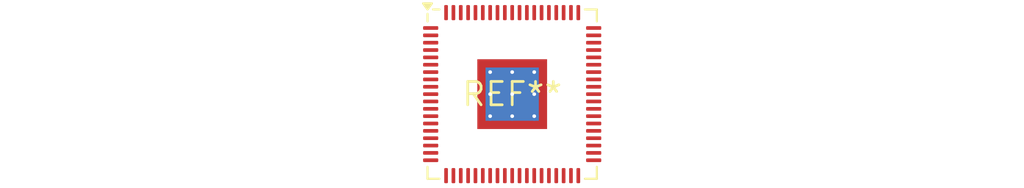
<source format=kicad_pcb>
(kicad_pcb (version 20240108) (generator pcbnew)
  (layers (0 "F.Cu" signal) (31 "B.Cu" signal) (34 "B.Paste" user) (35 "F.Paste" user) (36 "B.SilkS" user "B.Silkscreen") (37 "F.SilkS" user "F.Silkscreen") (38 "B.Mask" user) (39 "F.Mask" user) (44 "Edge.Cuts" user))
  (net 0 "")
  (footprint "QFN-76-1EP_9x9mm_P0.4mm_EP3.8x3.8mm_ThermalVias" (layer "F.Cu") (at 0 0)
    (property "Reference" "REF**")
    (property "Value" "QFN-76-1EP_9x9mm_P0.4mm_EP3.8x3.8mm_ThermalVias")
    (fp_line (start -4.61 -3.96) (end -4.61 -4.37) (layer "F.SilkS") (stroke (width 0.12)))
    (fp_line (start -4.61 4.61) (end -4.61 3.96) (layer "F.SilkS") (stroke (width 0.12)))
    (fp_line (start -3.96 -4.61) (end -4.31 -4.61) (layer "F.SilkS") (stroke (width 0.12)))
    (fp_line (start -3.96 4.61) (end -4.61 4.61) (layer "F.SilkS") (stroke (width 0.12)))
    (fp_line (start 3.96 -4.61) (end 4.61 -4.61) (layer "F.SilkS") (stroke (width 0.12)))
    (fp_line (start 3.96 4.61) (end 4.61 4.61) (layer "F.SilkS") (stroke (width 0.12)))
    (fp_line (start 4.61 -4.61) (end 4.61 -3.96) (layer "F.SilkS") (stroke (width 0.12)))
    (fp_line (start 4.61 4.61) (end 4.61 3.96) (layer "F.SilkS") (stroke (width 0.12)))
    (fp_poly (pts (xy -4.61 -4.61) (xy -4.85 -4.94) (xy -4.37 -4.94) (xy -4.61 -4.61)) (layer "F.SilkS") (stroke (width 0.12)) (fill solid))
    (pad "1" smd roundrect (at -4.4375 -3.6) (size 0.825 0.2) (layers "F.Cu" "F.Paste" "F.Mask"))
    (pad "2" smd roundrect (at -4.4375 -3.2) (size 0.825 0.2) (layers "F.Cu" "F.Paste" "F.Mask"))
    (pad "3" smd roundrect (at -4.4375 -2.8) (size 0.825 0.2) (layers "F.Cu" "F.Paste" "F.Mask"))
    (pad "4" smd roundrect (at -4.4375 -2.4) (size 0.825 0.2) (layers "F.Cu" "F.Paste" "F.Mask"))
    (pad "5" smd roundrect (at -4.4375 -2) (size 0.825 0.2) (layers "F.Cu" "F.Paste" "F.Mask"))
    (pad "6" smd roundrect (at -4.4375 -1.6) (size 0.825 0.2) (layers "F.Cu" "F.Paste" "F.Mask"))
    (pad "7" smd roundrect (at -4.4375 -1.2) (size 0.825 0.2) (layers "F.Cu" "F.Paste" "F.Mask"))
    (pad "8" smd roundrect (at -4.4375 -0.8) (size 0.825 0.2) (layers "F.Cu" "F.Paste" "F.Mask"))
    (pad "9" smd roundrect (at -4.4375 -0.4) (size 0.825 0.2) (layers "F.Cu" "F.Paste" "F.Mask"))
    (pad "10" smd roundrect (at -4.4375 0) (size 0.825 0.2) (layers "F.Cu" "F.Paste" "F.Mask"))
    (pad "11" smd roundrect (at -4.4375 0.4) (size 0.825 0.2) (layers "F.Cu" "F.Paste" "F.Mask"))
    (pad "12" smd roundrect (at -4.4375 0.8) (size 0.825 0.2) (layers "F.Cu" "F.Paste" "F.Mask"))
    (pad "13" smd roundrect (at -4.4375 1.2) (size 0.825 0.2) (layers "F.Cu" "F.Paste" "F.Mask"))
    (pad "14" smd roundrect (at -4.4375 1.6) (size 0.825 0.2) (layers "F.Cu" "F.Paste" "F.Mask"))
    (pad "15" smd roundrect (at -4.4375 2) (size 0.825 0.2) (layers "F.Cu" "F.Paste" "F.Mask"))
    (pad "16" smd roundrect (at -4.4375 2.4) (size 0.825 0.2) (layers "F.Cu" "F.Paste" "F.Mask"))
    (pad "17" smd roundrect (at -4.4375 2.8) (size 0.825 0.2) (layers "F.Cu" "F.Paste" "F.Mask"))
    (pad "18" smd roundrect (at -4.4375 3.2) (size 0.825 0.2) (layers "F.Cu" "F.Paste" "F.Mask"))
    (pad "19" smd roundrect (at -4.4375 3.6) (size 0.825 0.2) (layers "F.Cu" "F.Paste" "F.Mask"))
    (pad "20" smd roundrect (at -3.6 4.4375) (size 0.2 0.825) (layers "F.Cu" "F.Paste" "F.Mask"))
    (pad "21" smd roundrect (at -3.2 4.4375) (size 0.2 0.825) (layers "F.Cu" "F.Paste" "F.Mask"))
    (pad "22" smd roundrect (at -2.8 4.4375) (size 0.2 0.825) (layers "F.Cu" "F.Paste" "F.Mask"))
    (pad "23" smd roundrect (at -2.4 4.4375) (size 0.2 0.825) (layers "F.Cu" "F.Paste" "F.Mask"))
    (pad "24" smd roundrect (at -2 4.4375) (size 0.2 0.825) (layers "F.Cu" "F.Paste" "F.Mask"))
    (pad "25" smd roundrect (at -1.6 4.4375) (size 0.2 0.825) (layers "F.Cu" "F.Paste" "F.Mask"))
    (pad "26" smd roundrect (at -1.2 4.4375) (size 0.2 0.825) (layers "F.Cu" "F.Paste" "F.Mask"))
    (pad "27" smd roundrect (at -0.8 4.4375) (size 0.2 0.825) (layers "F.Cu" "F.Paste" "F.Mask"))
    (pad "28" smd roundrect (at -0.4 4.4375) (size 0.2 0.825) (layers "F.Cu" "F.Paste" "F.Mask"))
    (pad "29" smd roundrect (at 0 4.4375) (size 0.2 0.825) (layers "F.Cu" "F.Paste" "F.Mask"))
    (pad "30" smd roundrect (at 0.4 4.4375) (size 0.2 0.825) (layers "F.Cu" "F.Paste" "F.Mask"))
    (pad "31" smd roundrect (at 0.8 4.4375) (size 0.2 0.825) (layers "F.Cu" "F.Paste" "F.Mask"))
    (pad "32" smd roundrect (at 1.2 4.4375) (size 0.2 0.825) (layers "F.Cu" "F.Paste" "F.Mask"))
    (pad "33" smd roundrect (at 1.6 4.4375) (size 0.2 0.825) (layers "F.Cu" "F.Paste" "F.Mask"))
    (pad "34" smd roundrect (at 2 4.4375) (size 0.2 0.825) (layers "F.Cu" "F.Paste" "F.Mask"))
    (pad "35" smd roundrect (at 2.4 4.4375) (size 0.2 0.825) (layers "F.Cu" "F.Paste" "F.Mask"))
    (pad "36" smd roundrect (at 2.8 4.4375) (size 0.2 0.825) (layers "F.Cu" "F.Paste" "F.Mask"))
    (pad "37" smd roundrect (at 3.2 4.4375) (size 0.2 0.825) (layers "F.Cu" "F.Paste" "F.Mask"))
    (pad "38" smd roundrect (at 3.6 4.4375) (size 0.2 0.825) (layers "F.Cu" "F.Paste" "F.Mask"))
    (pad "39" smd roundrect (at 4.4375 3.6) (size 0.825 0.2) (layers "F.Cu" "F.Paste" "F.Mask"))
    (pad "40" smd roundrect (at 4.4375 3.2) (size 0.825 0.2) (layers "F.Cu" "F.Paste" "F.Mask"))
    (pad "41" smd roundrect (at 4.4375 2.8) (size 0.825 0.2) (layers "F.Cu" "F.Paste" "F.Mask"))
    (pad "42" smd roundrect (at 4.4375 2.4) (size 0.825 0.2) (layers "F.Cu" "F.Paste" "F.Mask"))
    (pad "43" smd roundrect (at 4.4375 2) (size 0.825 0.2) (layers "F.Cu" "F.Paste" "F.Mask"))
    (pad "44" smd roundrect (at 4.4375 1.6) (size 0.825 0.2) (layers "F.Cu" "F.Paste" "F.Mask"))
    (pad "45" smd roundrect (at 4.4375 1.2) (size 0.825 0.2) (layers "F.Cu" "F.Paste" "F.Mask"))
    (pad "46" smd roundrect (at 4.4375 0.8) (size 0.825 0.2) (layers "F.Cu" "F.Paste" "F.Mask"))
    (pad "47" smd roundrect (at 4.4375 0.4) (size 0.825 0.2) (layers "F.Cu" "F.Paste" "F.Mask"))
    (pad "48" smd roundrect (at 4.4375 0) (size 0.825 0.2) (layers "F.Cu" "F.Paste" "F.Mask"))
    (pad "49" smd roundrect (at 4.4375 -0.4) (size 0.825 0.2) (layers "F.Cu" "F.Paste" "F.Mask"))
    (pad "50" smd roundrect (at 4.4375 -0.8) (size 0.825 0.2) (layers "F.Cu" "F.Paste" "F.Mask"))
    (pad "51" smd roundrect (at 4.4375 -1.2) (size 0.825 0.2) (layers "F.Cu" "F.Paste" "F.Mask"))
    (pad "52" smd roundrect (at 4.4375 -1.6) (size 0.825 0.2) (layers "F.Cu" "F.Paste" "F.Mask"))
    (pad "53" smd roundrect (at 4.4375 -2) (size 0.825 0.2) (layers "F.Cu" "F.Paste" "F.Mask"))
    (pad "54" smd roundrect (at 4.4375 -2.4) (size 0.825 0.2) (layers "F.Cu" "F.Paste" "F.Mask"))
    (pad "55" smd roundrect (at 4.4375 -2.8) (size 0.825 0.2) (layers "F.Cu" "F.Paste" "F.Mask"))
    (pad "56" smd roundrect (at 4.4375 -3.2) (size 0.825 0.2) (layers "F.Cu" "F.Paste" "F.Mask"))
    (pad "57" smd roundrect (at 4.4375 -3.6) (size 0.825 0.2) (layers "F.Cu" "F.Paste" "F.Mask"))
    (pad "58" smd roundrect (at 3.6 -4.4375) (size 0.2 0.825) (layers "F.Cu" "F.Paste" "F.Mask"))
    (pad "59" smd roundrect (at 3.2 -4.4375) (size 0.2 0.825) (layers "F.Cu" "F.Paste" "F.Mask"))
    (pad "60" smd roundrect (at 2.8 -4.4375) (size 0.2 0.825) (layers "F.Cu" "F.Paste" "F.Mask"))
    (pad "61" smd roundrect (at 2.4 -4.4375) (size 0.2 0.825) (layers "F.Cu" "F.Paste" "F.Mask"))
    (pad "62" smd roundrect (at 2 -4.4375) (size 0.2 0.825) (layers "F.Cu" "F.Paste" "F.Mask"))
    (pad "63" smd roundrect (at 1.6 -4.4375) (size 0.2 0.825) (layers "F.Cu" "F.Paste" "F.Mask"))
    (pad "64" smd roundrect (at 1.2 -4.4375) (size 0.2 0.825) (layers "F.Cu" "F.Paste" "F.Mask"))
    (pad "65" smd roundrect (at 0.8 -4.4375) (size 0.2 0.825) (layers "F.Cu" "F.Paste" "F.Mask"))
    (pad "66" smd roundrect (at 0.4 -4.4375) (size 0.2 0.825) (layers "F.Cu" "F.Paste" "F.Mask"))
    (pad "67" smd roundrect (at 0 -4.4375) (size 0.2 0.825) (layers "F.Cu" "F.Paste" "F.Mask"))
    (pad "68" smd roundrect (at -0.4 -4.4375) (size 0.2 0.825) (layers "F.Cu" "F.Paste" "F.Mask"))
    (pad "69" smd roundrect (at -0.8 -4.4375) (size 0.2 0.825) (layers "F.Cu" "F.Paste" "F.Mask"))
    (pad "70" smd roundrect (at -1.2 -4.4375) (size 0.2 0.825) (layers "F.Cu" "F.Paste" "F.Mask"))
    (pad "71" smd roundrect (at -1.6 -4.4375) (size 0.2 0.825) (layers "F.Cu" "F.Paste" "F.Mask"))
    (pad "72" smd roundrect (at -2 -4.4375) (size 0.2 0.825) (layers "F.Cu" "F.Paste" "F.Mask"))
    (pad "73" smd roundrect (at -2.4 -4.4375) (size 0.2 0.825) (layers "F.Cu" "F.Paste" "F.Mask"))
    (pad "74" smd roundrect (at -2.8 -4.4375) (size 0.2 0.825) (layers "F.Cu" "F.Paste" "F.Mask"))
    (pad "75" smd roundrect (at -3.2 -4.4375) (size 0.2 0.825) (layers "F.Cu" "F.Paste" "F.Mask"))
    (pad "76" smd roundrect (at -3.6 -4.4375) (size 0.2 0.825) (layers "F.Cu" "F.Paste" "F.Mask"))
    (pad "77" thru_hole circle (at -1.2 -1.2) (size 0.5 0.5) (drill 0.2) (property pad_prop_heatsink) (layers *.Cu) (remove_unused_layers))
    (pad "77" thru_hole circle (at -1.2 0) (size 0.5 0.5) (drill 0.2) (property pad_prop_heatsink) (layers *.Cu) (remove_unused_layers))
    (pad "77" thru_hole circle (at -1.2 1.2) (size 0.5 0.5) (drill 0.2) (property pad_prop_heatsink) (layers *.Cu) (remove_unused_layers))
    (pad "77" thru_hole circle (at 0 -1.2) (size 0.5 0.5) (drill 0.2) (property pad_prop_heatsink) (layers *.Cu) (remove_unused_layers))
    (pad "77" thru_hole circle (at 0 0) (size 0.5 0.5) (drill 0.2) (property pad_prop_heatsink) (layers *.Cu) (remove_unused_layers))
    (pad "77" smd rect (at 0 0) (size 2.9 2.9) (property pad_prop_heatsink) (layers "B.Cu"))
    (pad "77" smd rect (at 0 0) (size 3.8 3.8) (property pad_prop_heatsink) (layers "F.Cu" "F.Mask"))
    (pad "77" thru_hole circle (at 0 1.2) (size 0.5 0.5) (drill 0.2) (property pad_prop_heatsink) (layers *.Cu) (remove_unused_layers))
    (pad "77" thru_hole circle (at 1.2 -1.2) (size 0.5 0.5) (drill 0.2) (property pad_prop_heatsink) (layers *.Cu) (remove_unused_layers))
    (pad "77" thru_hole circle (at 1.2 0) (size 0.5 0.5) (drill 0.2) (property pad_prop_heatsink) (layers *.Cu) (remove_unused_layers))
    (pad "77" thru_hole circle (at 1.2 1.2) (size 0.5 0.5) (drill 0.2) (property pad_prop_heatsink) (layers *.Cu) (remove_unused_layers))
  )
)
</source>
